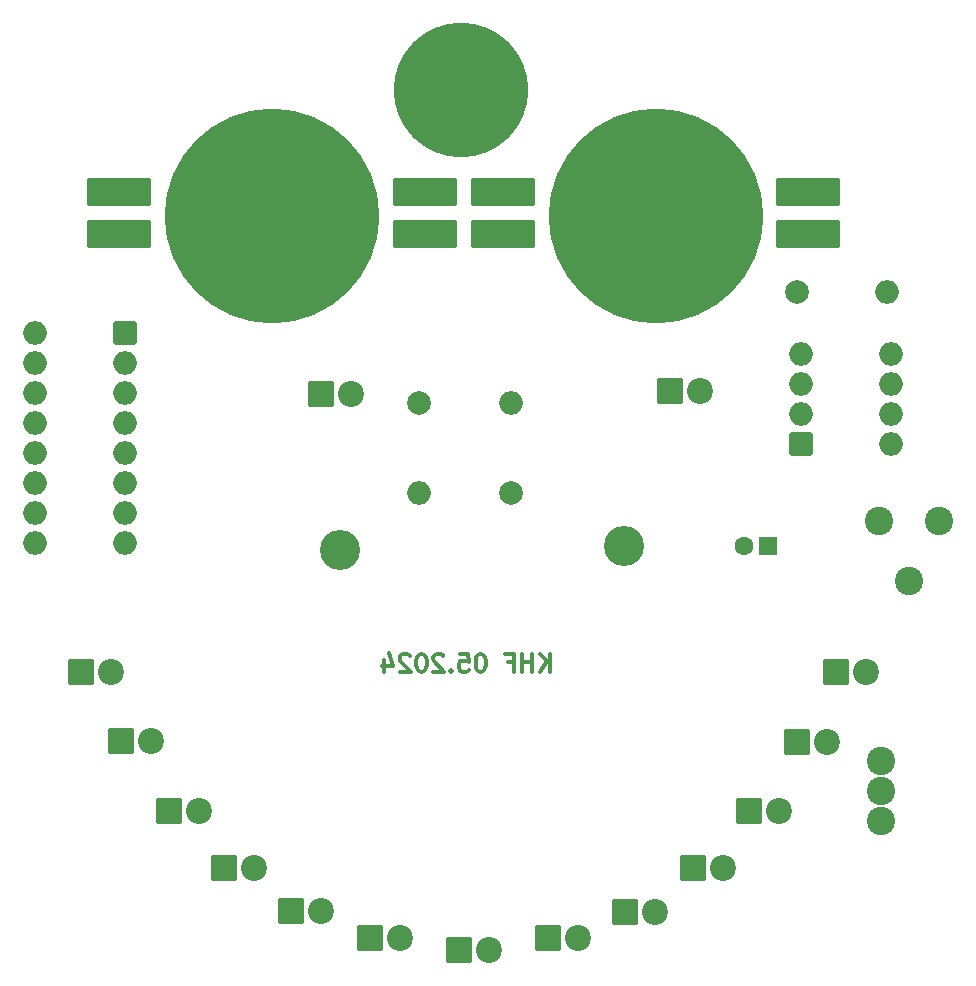
<source format=gbr>
%TF.GenerationSoftware,KiCad,Pcbnew,8.0.1*%
%TF.CreationDate,2024-05-08T14:34:23+02:00*%
%TF.ProjectId,Smiley,536d696c-6579-42e6-9b69-6361645f7063,rev?*%
%TF.SameCoordinates,Original*%
%TF.FileFunction,Soldermask,Bot*%
%TF.FilePolarity,Negative*%
%FSLAX46Y46*%
G04 Gerber Fmt 4.6, Leading zero omitted, Abs format (unit mm)*
G04 Created by KiCad (PCBNEW 8.0.1) date 2024-05-08 14:34:23*
%MOMM*%
%LPD*%
G01*
G04 APERTURE LIST*
G04 Aperture macros list*
%AMRoundRect*
0 Rectangle with rounded corners*
0 $1 Rounding radius*
0 $2 $3 $4 $5 $6 $7 $8 $9 X,Y pos of 4 corners*
0 Add a 4 corners polygon primitive as box body*
4,1,4,$2,$3,$4,$5,$6,$7,$8,$9,$2,$3,0*
0 Add four circle primitives for the rounded corners*
1,1,$1+$1,$2,$3*
1,1,$1+$1,$4,$5*
1,1,$1+$1,$6,$7*
1,1,$1+$1,$8,$9*
0 Add four rect primitives between the rounded corners*
20,1,$1+$1,$2,$3,$4,$5,0*
20,1,$1+$1,$4,$5,$6,$7,0*
20,1,$1+$1,$6,$7,$8,$9,0*
20,1,$1+$1,$8,$9,$2,$3,0*%
G04 Aperture macros list end*
%ADD10C,0.300000*%
%ADD11RoundRect,0.200000X-0.900000X-0.900000X0.900000X-0.900000X0.900000X0.900000X-0.900000X0.900000X0*%
%ADD12C,2.200000*%
%ADD13C,3.400000*%
%ADD14RoundRect,0.200000X0.600000X0.600000X-0.600000X0.600000X-0.600000X-0.600000X0.600000X-0.600000X0*%
%ADD15C,1.600000*%
%ADD16C,2.000000*%
%ADD17O,2.000000X2.000000*%
%ADD18C,2.400000*%
%ADD19RoundRect,0.200000X-0.800000X-0.800000X0.800000X-0.800000X0.800000X0.800000X-0.800000X0.800000X0*%
%ADD20RoundRect,0.200000X0.800000X0.800000X-0.800000X0.800000X-0.800000X-0.800000X0.800000X-0.800000X0*%
%ADD21C,11.400000*%
%ADD22RoundRect,0.200000X-2.500000X-1.000000X2.500000X-1.000000X2.500000X1.000000X-2.500000X1.000000X0*%
%ADD23C,18.180000*%
G04 APERTURE END LIST*
D10*
X164540489Y-98604828D02*
X164540489Y-97104828D01*
X163683346Y-98604828D02*
X164326203Y-97747685D01*
X163683346Y-97104828D02*
X164540489Y-97961971D01*
X163040489Y-98604828D02*
X163040489Y-97104828D01*
X163040489Y-97819114D02*
X162183346Y-97819114D01*
X162183346Y-98604828D02*
X162183346Y-97104828D01*
X160969060Y-97819114D02*
X161469060Y-97819114D01*
X161469060Y-98604828D02*
X161469060Y-97104828D01*
X161469060Y-97104828D02*
X160754774Y-97104828D01*
X158754774Y-97104828D02*
X158611917Y-97104828D01*
X158611917Y-97104828D02*
X158469060Y-97176257D01*
X158469060Y-97176257D02*
X158397632Y-97247685D01*
X158397632Y-97247685D02*
X158326203Y-97390542D01*
X158326203Y-97390542D02*
X158254774Y-97676257D01*
X158254774Y-97676257D02*
X158254774Y-98033400D01*
X158254774Y-98033400D02*
X158326203Y-98319114D01*
X158326203Y-98319114D02*
X158397632Y-98461971D01*
X158397632Y-98461971D02*
X158469060Y-98533400D01*
X158469060Y-98533400D02*
X158611917Y-98604828D01*
X158611917Y-98604828D02*
X158754774Y-98604828D01*
X158754774Y-98604828D02*
X158897632Y-98533400D01*
X158897632Y-98533400D02*
X158969060Y-98461971D01*
X158969060Y-98461971D02*
X159040489Y-98319114D01*
X159040489Y-98319114D02*
X159111917Y-98033400D01*
X159111917Y-98033400D02*
X159111917Y-97676257D01*
X159111917Y-97676257D02*
X159040489Y-97390542D01*
X159040489Y-97390542D02*
X158969060Y-97247685D01*
X158969060Y-97247685D02*
X158897632Y-97176257D01*
X158897632Y-97176257D02*
X158754774Y-97104828D01*
X156897632Y-97104828D02*
X157611918Y-97104828D01*
X157611918Y-97104828D02*
X157683346Y-97819114D01*
X157683346Y-97819114D02*
X157611918Y-97747685D01*
X157611918Y-97747685D02*
X157469061Y-97676257D01*
X157469061Y-97676257D02*
X157111918Y-97676257D01*
X157111918Y-97676257D02*
X156969061Y-97747685D01*
X156969061Y-97747685D02*
X156897632Y-97819114D01*
X156897632Y-97819114D02*
X156826203Y-97961971D01*
X156826203Y-97961971D02*
X156826203Y-98319114D01*
X156826203Y-98319114D02*
X156897632Y-98461971D01*
X156897632Y-98461971D02*
X156969061Y-98533400D01*
X156969061Y-98533400D02*
X157111918Y-98604828D01*
X157111918Y-98604828D02*
X157469061Y-98604828D01*
X157469061Y-98604828D02*
X157611918Y-98533400D01*
X157611918Y-98533400D02*
X157683346Y-98461971D01*
X156183347Y-98461971D02*
X156111918Y-98533400D01*
X156111918Y-98533400D02*
X156183347Y-98604828D01*
X156183347Y-98604828D02*
X156254775Y-98533400D01*
X156254775Y-98533400D02*
X156183347Y-98461971D01*
X156183347Y-98461971D02*
X156183347Y-98604828D01*
X155540489Y-97247685D02*
X155469061Y-97176257D01*
X155469061Y-97176257D02*
X155326204Y-97104828D01*
X155326204Y-97104828D02*
X154969061Y-97104828D01*
X154969061Y-97104828D02*
X154826204Y-97176257D01*
X154826204Y-97176257D02*
X154754775Y-97247685D01*
X154754775Y-97247685D02*
X154683346Y-97390542D01*
X154683346Y-97390542D02*
X154683346Y-97533400D01*
X154683346Y-97533400D02*
X154754775Y-97747685D01*
X154754775Y-97747685D02*
X155611918Y-98604828D01*
X155611918Y-98604828D02*
X154683346Y-98604828D01*
X153754775Y-97104828D02*
X153611918Y-97104828D01*
X153611918Y-97104828D02*
X153469061Y-97176257D01*
X153469061Y-97176257D02*
X153397633Y-97247685D01*
X153397633Y-97247685D02*
X153326204Y-97390542D01*
X153326204Y-97390542D02*
X153254775Y-97676257D01*
X153254775Y-97676257D02*
X153254775Y-98033400D01*
X153254775Y-98033400D02*
X153326204Y-98319114D01*
X153326204Y-98319114D02*
X153397633Y-98461971D01*
X153397633Y-98461971D02*
X153469061Y-98533400D01*
X153469061Y-98533400D02*
X153611918Y-98604828D01*
X153611918Y-98604828D02*
X153754775Y-98604828D01*
X153754775Y-98604828D02*
X153897633Y-98533400D01*
X153897633Y-98533400D02*
X153969061Y-98461971D01*
X153969061Y-98461971D02*
X154040490Y-98319114D01*
X154040490Y-98319114D02*
X154111918Y-98033400D01*
X154111918Y-98033400D02*
X154111918Y-97676257D01*
X154111918Y-97676257D02*
X154040490Y-97390542D01*
X154040490Y-97390542D02*
X153969061Y-97247685D01*
X153969061Y-97247685D02*
X153897633Y-97176257D01*
X153897633Y-97176257D02*
X153754775Y-97104828D01*
X152683347Y-97247685D02*
X152611919Y-97176257D01*
X152611919Y-97176257D02*
X152469062Y-97104828D01*
X152469062Y-97104828D02*
X152111919Y-97104828D01*
X152111919Y-97104828D02*
X151969062Y-97176257D01*
X151969062Y-97176257D02*
X151897633Y-97247685D01*
X151897633Y-97247685D02*
X151826204Y-97390542D01*
X151826204Y-97390542D02*
X151826204Y-97533400D01*
X151826204Y-97533400D02*
X151897633Y-97747685D01*
X151897633Y-97747685D02*
X152754776Y-98604828D01*
X152754776Y-98604828D02*
X151826204Y-98604828D01*
X150540491Y-97604828D02*
X150540491Y-98604828D01*
X150897633Y-97033400D02*
X151254776Y-98104828D01*
X151254776Y-98104828D02*
X150326205Y-98104828D01*
D11*
%TO.C,D1*%
X156858600Y-122139100D03*
D12*
X159398600Y-122139100D03*
%TD*%
D11*
%TO.C,D2*%
X164348600Y-121189100D03*
D12*
X166888600Y-121189100D03*
%TD*%
D11*
%TO.C,D3*%
X170938600Y-118929100D03*
D12*
X173478600Y-118929100D03*
%TD*%
D11*
%TO.C,D4*%
X176668600Y-115279100D03*
D12*
X179208600Y-115279100D03*
%TD*%
D11*
%TO.C,D5*%
X181448600Y-110399100D03*
D12*
X183988600Y-110399100D03*
%TD*%
D11*
%TO.C,D6*%
X185476600Y-104592100D03*
D12*
X188016600Y-104592100D03*
%TD*%
D11*
%TO.C,D7*%
X188758600Y-98623100D03*
D12*
X191298600Y-98623100D03*
%TD*%
D11*
%TO.C,D8*%
X174681600Y-74874100D03*
D12*
X177221600Y-74874100D03*
%TD*%
D11*
%TO.C,D22*%
X149278600Y-121189100D03*
D12*
X151818600Y-121189100D03*
%TD*%
D11*
%TO.C,D33*%
X142638600Y-118889100D03*
D12*
X145178600Y-118889100D03*
%TD*%
D11*
%TO.C,D44*%
X136948600Y-115229100D03*
D12*
X139488600Y-115229100D03*
%TD*%
D11*
%TO.C,D55*%
X132258600Y-110399100D03*
D12*
X134798600Y-110399100D03*
%TD*%
D11*
%TO.C,D66*%
X128198600Y-104489100D03*
D12*
X130738600Y-104489100D03*
%TD*%
D11*
%TO.C,D77*%
X124808600Y-98669100D03*
D12*
X127348600Y-98669100D03*
%TD*%
D11*
%TO.C,D88*%
X145148600Y-75139100D03*
D12*
X147688600Y-75139100D03*
%TD*%
D13*
%TO.C,*%
X146800000Y-88300000D03*
%TD*%
D14*
%TO.C,C1*%
X183000000Y-88000000D03*
D15*
X181000000Y-88000000D03*
%TD*%
D16*
%TO.C,R1*%
X185500000Y-66500000D03*
D17*
X193120000Y-66500000D03*
%TD*%
D16*
%TO.C,Ra*%
X153508600Y-75859100D03*
D17*
X153508600Y-83479100D03*
%TD*%
D16*
%TO.C,Rm*%
X161219600Y-83446600D03*
D17*
X161219600Y-75826600D03*
%TD*%
D18*
%TO.C,S1*%
X192588600Y-111299100D03*
X192588600Y-108759100D03*
X192588600Y-106219100D03*
%TD*%
D19*
%TO.C,NE555*%
X185813700Y-79298800D03*
D17*
X185813700Y-76758800D03*
X185813700Y-74218800D03*
X185813700Y-71678800D03*
X193433700Y-71678800D03*
X193433700Y-74218800D03*
X193433700Y-76758800D03*
X193433700Y-79298800D03*
%TD*%
D20*
%TO.C,CD4017*%
X128580600Y-69921100D03*
D17*
X128580600Y-72461100D03*
X128580600Y-75001100D03*
X128580600Y-77541100D03*
X128580600Y-80081100D03*
X128580600Y-82621100D03*
X128580600Y-85161100D03*
X128580600Y-87701100D03*
X120960600Y-87701100D03*
X120960600Y-85161100D03*
X120960600Y-82621100D03*
X120960600Y-80081100D03*
X120960600Y-77541100D03*
X120960600Y-75001100D03*
X120960600Y-72461100D03*
X120960600Y-69921100D03*
%TD*%
D21*
%TO.C,LP*%
X157000000Y-49379100D03*
%TD*%
D18*
%TO.C,REF\u002A\u002A*%
X197497700Y-85864700D03*
X192417700Y-85864700D03*
X194957700Y-90944700D03*
%TD*%
D22*
%TO.C,BAT-HLD-002*%
X128046000Y-57968000D03*
X128046000Y-61524000D03*
X153940000Y-57968000D03*
X153940000Y-61524000D03*
D23*
X141000000Y-60000000D03*
%TD*%
D22*
%TO.C,BAT-HLD-002*%
X160546000Y-57968000D03*
X160546000Y-61524000D03*
X186440000Y-57968000D03*
X186440000Y-61524000D03*
D23*
X173500000Y-60000000D03*
%TD*%
D13*
%TO.C,Q*%
X170850000Y-87950000D03*
%TD*%
M02*

</source>
